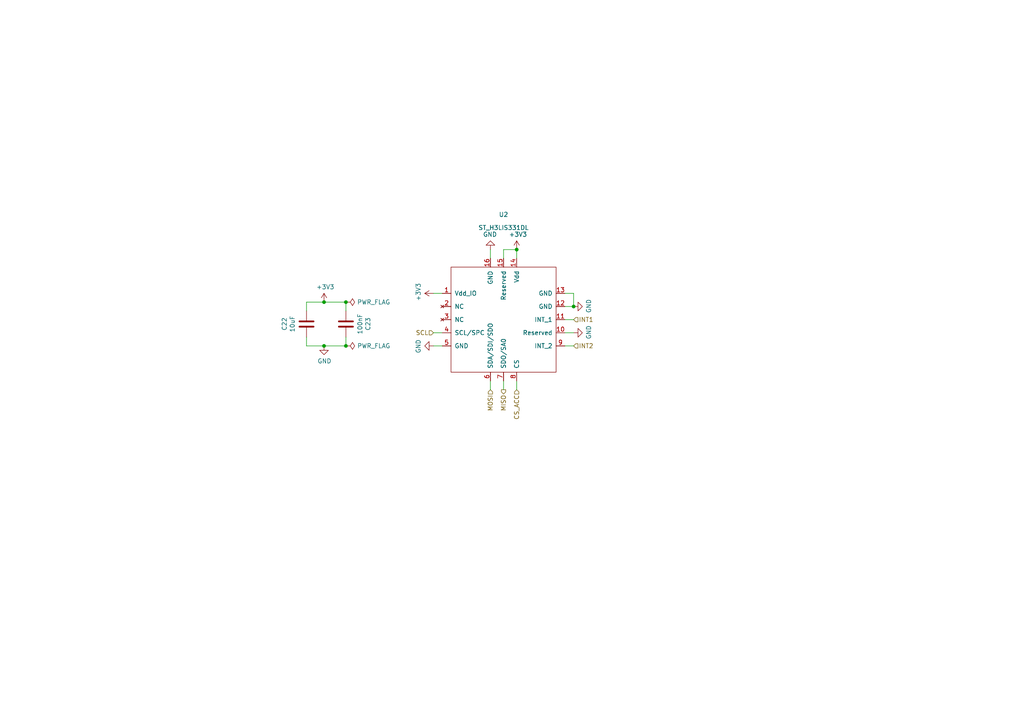
<source format=kicad_sch>
(kicad_sch (version 20211123) (generator eeschema)
  (paper "A4")
  (lib_symbols
    (symbol "Accelerometer_Breakout:H3LIS331DL" (pin_names (offset 1.016))
      (property "Reference" "U" (at -1.27 26.67 0))
      (property "Value" "H3LIS331DL" (at 0 30.48 0))
      (symbol "H3LIS331DL_0_1"
        (rectangle (start -15.24 16.51) (end 15.24 -13.97))
      )
      (symbol "H3LIS331DL_1_1"
        (pin input line (at -17.78 8.89 0) (length 2.54) (name "Vdd_IO") (number "1"))
        (pin input line (at 17.78 -2.54 180) (length 2.54) (name "Reserved") (number "10"))
        (pin bidirectional line (at 17.78 1.27 180) (length 2.54) (name "INT_1") (number "11"))
        (pin input line (at 17.78 5.08 180) (length 2.54) (name "GND") (number "12"))
        (pin input line (at 17.78 8.89 180) (length 2.54) (name "GND") (number "13"))
        (pin input line (at 3.81 19.05 270) (length 2.54) (name "Vdd") (number "14"))
        (pin input line (at 0 19.05 270) (length 2.54) (name "Reserved") (number "15"))
        (pin input line (at -3.81 19.05 270) (length 2.54) (name "GND") (number "16"))
        (pin no_connect line (at -17.78 5.08 0) (length 2.54) (name "NC") (number "2"))
        (pin no_connect line (at -17.78 1.27 0) (length 2.54) (name "NC") (number "3"))
        (pin output line (at -17.78 -2.54 0) (length 2.54) (name "SCL/SPC") (number "4"))
        (pin input line (at -17.78 -6.35 0) (length 2.54) (name "GND") (number "5"))
        (pin output line (at -3.81 -16.51 90) (length 2.54) (name "SDA/SDI/SDO") (number "6"))
        (pin output line (at 0 -16.51 90) (length 2.54) (name "SDO/SA0") (number "7"))
        (pin bidirectional line (at 3.81 -16.51 90) (length 2.54) (name "CS") (number "8"))
        (pin bidirectional line (at 17.78 -6.35 180) (length 2.54) (name "INT_2") (number "9"))
      )
    )
    (symbol "Device:C" (pin_numbers hide) (pin_names (offset 0.254))
      (property "Reference" "C" (at 0.635 2.54 0))
      (property "Value" "Device_C" (at 0.635 -2.54 0))
      (symbol "C_0_1"
        (polyline (pts (xy -2.032 -0.762) (xy 2.032 -0.762)) (stroke (width 0.508)))
        (polyline (pts (xy -2.032 0.762) (xy 2.032 0.762)) (stroke (width 0.508)))
      )
      (symbol "C_1_1"
        (pin passive line (at 0 3.81 270) (length 2.794) (name "~") (number "1"))
        (pin passive line (at 0 -3.81 90) (length 2.794) (name "~") (number "2"))
      )
    )
    (symbol "power:+3.3V" (power) (pin_names (offset 0))
      (property "Value" "power_+3.3V" (at 0 3.556 0))
      (symbol "+3.3V_0_1"
        (polyline (pts (xy -0.762 1.27) (xy 0 2.54)))
        (polyline (pts (xy 0 0) (xy 0 2.54)))
        (polyline (pts (xy 0 2.54) (xy 0.762 1.27)))
      )
      (symbol "+3.3V_1_1"
        (pin power_in line (at 0 0 90) (length 0) hide (name "+3V3") (number "1"))
      )
    )
    (symbol "power:GND" (power) (pin_names (offset 0))
      (property "Value" "power_GND" (at 0 -3.81 0))
      (symbol "GND_0_1"
        (polyline (pts (xy 0 0) (xy 0 -1.27) (xy 1.27 -1.27) (xy 0 -2.54) (xy -1.27 -1.27) (xy 0 -1.27)))
      )
      (symbol "GND_1_1"
        (pin power_in line (at 0 0 270) (length 0) hide (name "GND") (number "1"))
      )
    )
    (symbol "power:PWR_FLAG" (power) (pin_numbers hide) (pin_names (offset 0) hide)
      (property "Value" "power_PWR_FLAG" (at 0 3.81 0))
      (symbol "PWR_FLAG_0_0"
        (pin power_out line (at 0 0 90) (length 0) (name "pwr") (number "1"))
      )
      (symbol "PWR_FLAG_0_1"
        (polyline (pts (xy 0 0) (xy 0 1.27) (xy -1.016 1.905) (xy 0 2.54) (xy 1.016 1.905) (xy 0 1.27)))
      )
    )
  )
  (junction (at 166.37 88.9))
  (junction (at 100.33 100.33))
  (junction (at 93.98 100.33))
  (junction (at 93.98 87.63))
  (junction (at 149.86 72.39))
  (junction (at 100.33 87.63))
  (wire (pts (xy 166.37 85.09) (xy 166.37 88.9)))
  (wire (pts (xy 163.83 88.9) (xy 166.37 88.9)))
  (wire (pts (xy 88.9 100.33) (xy 88.9 97.79)))
  (wire (pts (xy 149.86 74.93) (xy 149.86 72.39)))
  (wire (pts (xy 128.27 85.09) (xy 125.73 85.09)))
  (wire (pts (xy 100.33 87.63) (xy 100.33 90.17)))
  (wire (pts (xy 146.05 113.03) (xy 146.05 110.49)))
  (wire (pts (xy 163.83 92.71) (xy 166.37 92.71)))
  (wire (pts (xy 128.27 100.33) (xy 125.73 100.33)))
  (wire (pts (xy 93.98 100.33) (xy 88.9 100.33)))
  (wire (pts (xy 142.24 74.93) (xy 142.24 72.39)))
  (wire (pts (xy 88.9 87.63) (xy 93.98 87.63)))
  (wire (pts (xy 93.98 87.63) (xy 100.33 87.63)))
  (wire (pts (xy 88.9 90.17) (xy 88.9 87.63)))
  (wire (pts (xy 142.24 113.03) (xy 142.24 110.49)))
  (wire (pts (xy 163.83 100.33) (xy 166.37 100.33)))
  (wire (pts (xy 100.33 100.33) (xy 93.98 100.33)))
  (wire (pts (xy 163.83 85.09) (xy 166.37 85.09)))
  (wire (pts (xy 146.05 72.39) (xy 149.86 72.39)))
  (wire (pts (xy 166.37 96.52) (xy 163.83 96.52)))
  (wire (pts (xy 149.86 113.03) (xy 149.86 110.49)))
  (wire (pts (xy 146.05 74.93) (xy 146.05 72.39)))
  (wire (pts (xy 128.27 96.52) (xy 125.73 96.52)))
  (wire (pts (xy 100.33 97.79) (xy 100.33 100.33)))
  (hierarchical_label "INT2" (shape input) (at 166.37 100.33 0))
  (hierarchical_label "INT1" (shape input) (at 166.37 92.71 0))
  (hierarchical_label "SCL" (shape input) (at 125.73 96.52 180))
  (hierarchical_label "CS_ACC" (shape input) (at 149.86 113.03 270))
  (hierarchical_label "MOSI" (shape input) (at 142.24 113.03 270))
  (hierarchical_label "MISO" (shape output) (at 146.05 113.03 270))
  (symbol (lib_id "Accelerometer_Breakout:H3LIS331DL") (at 146.05 93.98 0) (unit 1)
    (property "Reference" "U2" (at 146.05 62.23 0))
    (property "Value" "ST_H3LIS331DL" (at 146.05 66.04 0))
    (property "Footprint" "Accelerometer_Breakout:TFLGA-16_3x3mm" (effects hide))
    (property "Datasheet" "https://www.st.com/content/ccc/resource/technical/document/datasheet/3e/48/02/c7/a4/e6/41/bb/DM00053090.pdf/files/DM00053090.pdf/jcr:content/translations/en.DM00053090.pdf" (effects hide))
    (property "Order Link" "https://www.digikey.com/en/products/detail/stmicroelectronics/H3LIS331DLTR/4311636" (effects hide))
  )
  (symbol (lib_id "power:GND") (at 166.37 88.9 90) (unit 1)
    (property "Reference" "#PWR033" (effects hide))
    (property "Value" "GND" (at 170.7642 88.773 0))
  )
  (symbol (lib_id "Device:C") (at 100.33 93.98 180) (unit 1)
    (property "Reference" "C23" (at 106.7308 93.98 90))
    (property "Value" "100nF" (at 104.4194 93.98 90))
    (property "Footprint" "Capacitor_SMD:C_0402_1005Metric" (effects hide))
  )
  (symbol (lib_id "Device:C") (at 88.9 93.98 0) (unit 1)
    (property "Reference" "C22" (at 82.4992 93.98 90))
    (property "Value" "10uF" (at 84.8106 93.98 90))
    (property "Footprint" "Capacitor_SMD:C_0402_1005Metric" (effects hide))
  )
  (symbol (lib_id "power:GND") (at 142.24 72.39 180) (unit 1)
    (property "Reference" "#PWR031" (effects hide))
    (property "Value" "GND" (at 142.113 67.9958 0))
  )
  (symbol (lib_id "power:GND") (at 125.73 100.33 270) (unit 1)
    (property "Reference" "#PWR030" (effects hide))
    (property "Value" "GND" (at 121.3358 100.457 0))
  )
  (symbol (lib_id "power:GND") (at 166.37 96.52 90) (unit 1)
    (property "Reference" "#PWR034" (effects hide))
    (property "Value" "GND" (at 170.7642 96.393 0))
  )
  (symbol (lib_id "power:+3.3V") (at 149.86 72.39 0) (unit 1)
    (property "Reference" "#PWR032" (effects hide))
    (property "Value" "+3.3V" (at 150.241 67.9958 0))
  )
  (symbol (lib_id "power:+3.3V") (at 93.98 87.63 0) (unit 1)
    (property "Reference" "#PWR027" (effects hide))
    (property "Value" "+3.3V" (at 94.361 83.2358 0))
  )
  (symbol (lib_id "power:GND") (at 93.98 100.33 0) (unit 1)
    (property "Reference" "#PWR028" (effects hide))
    (property "Value" "GND" (at 94.107 104.7242 0))
  )
  (symbol (lib_id "power:+3.3V") (at 125.73 85.09 90) (unit 1)
    (property "Reference" "#PWR029" (effects hide))
    (property "Value" "+3.3V" (at 121.3358 84.709 0))
  )
  (symbol (lib_id "power:PWR_FLAG") (at 100.33 87.63 270) (unit 1)
    (property "Reference" "#FLG02" (effects hide))
    (property "Value" "PWR_FLAG" (at 103.5558 87.63 90) (effects (justify left)))
  )
  (symbol (lib_id "power:PWR_FLAG") (at 100.33 100.33 270) (unit 1)
    (property "Reference" "#FLG03" (effects hide))
    (property "Value" "PWR_FLAG" (at 103.5812 100.33 90) (effects (justify left)))
  )
)
</source>
